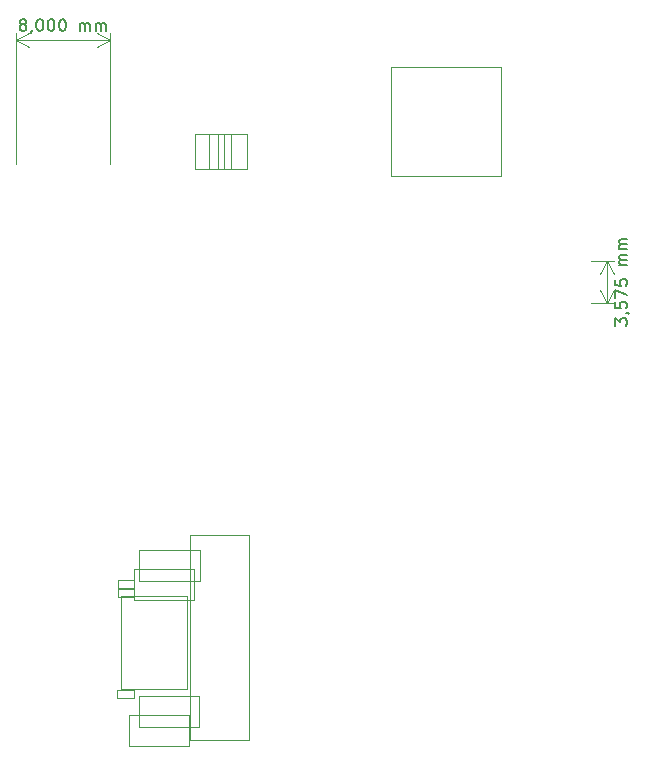
<source format=gbr>
%TF.GenerationSoftware,KiCad,Pcbnew,(5.1.6)-1*%
%TF.CreationDate,2022-01-15T22:49:59+01:00*%
%TF.ProjectId,XPS15,58505331-352e-46b6-9963-61645f706362,rev?*%
%TF.SameCoordinates,Original*%
%TF.FileFunction,Other,User*%
%FSLAX46Y46*%
G04 Gerber Fmt 4.6, Leading zero omitted, Abs format (unit mm)*
G04 Created by KiCad (PCBNEW (5.1.6)-1) date 2022-01-15 22:49:59*
%MOMM*%
%LPD*%
G01*
G04 APERTURE LIST*
%ADD10C,0.150000*%
%ADD11C,0.050000*%
%ADD12C,0.100000*%
G04 APERTURE END LIST*
D10*
X126023809Y-71180952D02*
X125928571Y-71133333D01*
X125880952Y-71085714D01*
X125833333Y-70990476D01*
X125833333Y-70942857D01*
X125880952Y-70847619D01*
X125928571Y-70800000D01*
X126023809Y-70752380D01*
X126214285Y-70752380D01*
X126309523Y-70800000D01*
X126357142Y-70847619D01*
X126404761Y-70942857D01*
X126404761Y-70990476D01*
X126357142Y-71085714D01*
X126309523Y-71133333D01*
X126214285Y-71180952D01*
X126023809Y-71180952D01*
X125928571Y-71228571D01*
X125880952Y-71276190D01*
X125833333Y-71371428D01*
X125833333Y-71561904D01*
X125880952Y-71657142D01*
X125928571Y-71704761D01*
X126023809Y-71752380D01*
X126214285Y-71752380D01*
X126309523Y-71704761D01*
X126357142Y-71657142D01*
X126404761Y-71561904D01*
X126404761Y-71371428D01*
X126357142Y-71276190D01*
X126309523Y-71228571D01*
X126214285Y-71180952D01*
X126880952Y-71704761D02*
X126880952Y-71752380D01*
X126833333Y-71847619D01*
X126785714Y-71895238D01*
X127500000Y-70752380D02*
X127595238Y-70752380D01*
X127690476Y-70800000D01*
X127738095Y-70847619D01*
X127785714Y-70942857D01*
X127833333Y-71133333D01*
X127833333Y-71371428D01*
X127785714Y-71561904D01*
X127738095Y-71657142D01*
X127690476Y-71704761D01*
X127595238Y-71752380D01*
X127500000Y-71752380D01*
X127404761Y-71704761D01*
X127357142Y-71657142D01*
X127309523Y-71561904D01*
X127261904Y-71371428D01*
X127261904Y-71133333D01*
X127309523Y-70942857D01*
X127357142Y-70847619D01*
X127404761Y-70800000D01*
X127500000Y-70752380D01*
X128452380Y-70752380D02*
X128547619Y-70752380D01*
X128642857Y-70800000D01*
X128690476Y-70847619D01*
X128738095Y-70942857D01*
X128785714Y-71133333D01*
X128785714Y-71371428D01*
X128738095Y-71561904D01*
X128690476Y-71657142D01*
X128642857Y-71704761D01*
X128547619Y-71752380D01*
X128452380Y-71752380D01*
X128357142Y-71704761D01*
X128309523Y-71657142D01*
X128261904Y-71561904D01*
X128214285Y-71371428D01*
X128214285Y-71133333D01*
X128261904Y-70942857D01*
X128309523Y-70847619D01*
X128357142Y-70800000D01*
X128452380Y-70752380D01*
X129404761Y-70752380D02*
X129500000Y-70752380D01*
X129595238Y-70800000D01*
X129642857Y-70847619D01*
X129690476Y-70942857D01*
X129738095Y-71133333D01*
X129738095Y-71371428D01*
X129690476Y-71561904D01*
X129642857Y-71657142D01*
X129595238Y-71704761D01*
X129500000Y-71752380D01*
X129404761Y-71752380D01*
X129309523Y-71704761D01*
X129261904Y-71657142D01*
X129214285Y-71561904D01*
X129166666Y-71371428D01*
X129166666Y-71133333D01*
X129214285Y-70942857D01*
X129261904Y-70847619D01*
X129309523Y-70800000D01*
X129404761Y-70752380D01*
X130928571Y-71752380D02*
X130928571Y-71085714D01*
X130928571Y-71180952D02*
X130976190Y-71133333D01*
X131071428Y-71085714D01*
X131214285Y-71085714D01*
X131309523Y-71133333D01*
X131357142Y-71228571D01*
X131357142Y-71752380D01*
X131357142Y-71228571D02*
X131404761Y-71133333D01*
X131500000Y-71085714D01*
X131642857Y-71085714D01*
X131738095Y-71133333D01*
X131785714Y-71228571D01*
X131785714Y-71752380D01*
X132261904Y-71752380D02*
X132261904Y-71085714D01*
X132261904Y-71180952D02*
X132309523Y-71133333D01*
X132404761Y-71085714D01*
X132547619Y-71085714D01*
X132642857Y-71133333D01*
X132690476Y-71228571D01*
X132690476Y-71752380D01*
X132690476Y-71228571D02*
X132738095Y-71133333D01*
X132833333Y-71085714D01*
X132976190Y-71085714D01*
X133071428Y-71133333D01*
X133119047Y-71228571D01*
X133119047Y-71752380D01*
D11*
X133500000Y-72500000D02*
X125500000Y-72500000D01*
X133500000Y-83000000D02*
X133500000Y-71913579D01*
X125500000Y-83000000D02*
X125500000Y-71913579D01*
X125500000Y-72500000D02*
X126626504Y-71913579D01*
X125500000Y-72500000D02*
X126626504Y-73086421D01*
X133500000Y-72500000D02*
X132373496Y-71913579D01*
X133500000Y-72500000D02*
X132373496Y-73086421D01*
D10*
X176252380Y-96701785D02*
X176252380Y-96082738D01*
X176633333Y-96416071D01*
X176633333Y-96273214D01*
X176680952Y-96177976D01*
X176728571Y-96130357D01*
X176823809Y-96082738D01*
X177061904Y-96082738D01*
X177157142Y-96130357D01*
X177204761Y-96177976D01*
X177252380Y-96273214D01*
X177252380Y-96558928D01*
X177204761Y-96654166D01*
X177157142Y-96701785D01*
X177204761Y-95606547D02*
X177252380Y-95606547D01*
X177347619Y-95654166D01*
X177395238Y-95701785D01*
X176252380Y-94701785D02*
X176252380Y-95177976D01*
X176728571Y-95225595D01*
X176680952Y-95177976D01*
X176633333Y-95082738D01*
X176633333Y-94844642D01*
X176680952Y-94749404D01*
X176728571Y-94701785D01*
X176823809Y-94654166D01*
X177061904Y-94654166D01*
X177157142Y-94701785D01*
X177204761Y-94749404D01*
X177252380Y-94844642D01*
X177252380Y-95082738D01*
X177204761Y-95177976D01*
X177157142Y-95225595D01*
X176252380Y-94320833D02*
X176252380Y-93654166D01*
X177252380Y-94082738D01*
X176252380Y-92797023D02*
X176252380Y-93273214D01*
X176728571Y-93320833D01*
X176680952Y-93273214D01*
X176633333Y-93177976D01*
X176633333Y-92939880D01*
X176680952Y-92844642D01*
X176728571Y-92797023D01*
X176823809Y-92749404D01*
X177061904Y-92749404D01*
X177157142Y-92797023D01*
X177204761Y-92844642D01*
X177252380Y-92939880D01*
X177252380Y-93177976D01*
X177204761Y-93273214D01*
X177157142Y-93320833D01*
X177252380Y-91558928D02*
X176585714Y-91558928D01*
X176680952Y-91558928D02*
X176633333Y-91511309D01*
X176585714Y-91416071D01*
X176585714Y-91273214D01*
X176633333Y-91177976D01*
X176728571Y-91130357D01*
X177252380Y-91130357D01*
X176728571Y-91130357D02*
X176633333Y-91082738D01*
X176585714Y-90987500D01*
X176585714Y-90844642D01*
X176633333Y-90749404D01*
X176728571Y-90701785D01*
X177252380Y-90701785D01*
X177252380Y-90225595D02*
X176585714Y-90225595D01*
X176680952Y-90225595D02*
X176633333Y-90177976D01*
X176585714Y-90082738D01*
X176585714Y-89939880D01*
X176633333Y-89844642D01*
X176728571Y-89797023D01*
X177252380Y-89797023D01*
X176728571Y-89797023D02*
X176633333Y-89749404D01*
X176585714Y-89654166D01*
X176585714Y-89511309D01*
X176633333Y-89416071D01*
X176728571Y-89368452D01*
X177252380Y-89368452D01*
D11*
X175600000Y-94775000D02*
X175600000Y-91200000D01*
X174200000Y-94775000D02*
X176186421Y-94775000D01*
X174200000Y-91200000D02*
X176186421Y-91200000D01*
X175600000Y-91200000D02*
X176186421Y-92326504D01*
X175600000Y-91200000D02*
X175013579Y-92326504D01*
X175600000Y-94775000D02*
X176186421Y-93648496D01*
X175600000Y-94775000D02*
X175013579Y-93648496D01*
%TO.C,R7*%
X141090620Y-118355500D02*
X135965620Y-118355500D01*
X135965620Y-118355500D02*
X135965620Y-115705500D01*
X135965620Y-115705500D02*
X141090620Y-115705500D01*
X141090620Y-115705500D02*
X141090620Y-118355500D01*
%TO.C,R6*%
X140605480Y-119912520D02*
X135480480Y-119912520D01*
X135480480Y-119912520D02*
X135480480Y-117262520D01*
X135480480Y-117262520D02*
X140605480Y-117262520D01*
X140605480Y-117262520D02*
X140605480Y-119912520D01*
%TO.C,R2*%
X140180800Y-132325500D02*
X135055800Y-132325500D01*
X135055800Y-132325500D02*
X135055800Y-129675500D01*
X135055800Y-129675500D02*
X140180800Y-129675500D01*
X140180800Y-129675500D02*
X140180800Y-132325500D01*
%TO.C,R1*%
X141055060Y-130702440D02*
X135930060Y-130702440D01*
X135930060Y-130702440D02*
X135930060Y-128052440D01*
X135930060Y-128052440D02*
X141055060Y-128052440D01*
X141055060Y-128052440D02*
X141055060Y-130702440D01*
%TO.C,IC2*%
X139995860Y-127466520D02*
X134395860Y-127466520D01*
X139995860Y-119616520D02*
X139995860Y-127466520D01*
X134395860Y-119616520D02*
X139995860Y-119616520D01*
X134395860Y-127466520D02*
X134395860Y-119616520D01*
%TO.C,C3*%
X134135860Y-118953520D02*
X134135860Y-118233520D01*
X135555860Y-118953520D02*
X134135860Y-118953520D01*
X135555860Y-118233520D02*
X135555860Y-118953520D01*
X134135860Y-118233520D02*
X135555860Y-118233520D01*
%TO.C,C2*%
X135555860Y-118943520D02*
X135555860Y-119663520D01*
X134135860Y-118943520D02*
X135555860Y-118943520D01*
X134135860Y-119663520D02*
X134135860Y-118943520D01*
X135555860Y-119663520D02*
X134135860Y-119663520D01*
%TO.C,C1*%
X134105860Y-128233520D02*
X134105860Y-127513520D01*
X135525860Y-128233520D02*
X134105860Y-128233520D01*
X135525860Y-127513520D02*
X135525860Y-128233520D01*
X134105860Y-127513520D02*
X135525860Y-127513520D01*
D12*
%TO.C,J1*%
X140300000Y-131790000D02*
X140300000Y-114390000D01*
X140300000Y-114390000D02*
X145250000Y-114390000D01*
X145250000Y-114390000D02*
X145250000Y-131790000D01*
X145250000Y-131790000D02*
X140300000Y-131790000D01*
D11*
%TO.C,IC1*%
X166555080Y-84030480D02*
X157305080Y-84030480D01*
X157305080Y-84030480D02*
X157305080Y-74780480D01*
X157305080Y-74780480D02*
X166555080Y-74780480D01*
X166555080Y-74780480D02*
X166555080Y-84030480D01*
%TO.C,R5*%
X140705800Y-83424880D02*
X140705800Y-80462380D01*
X140705800Y-80462380D02*
X142605800Y-80462380D01*
X142605800Y-80462380D02*
X142605800Y-83424880D01*
X142605800Y-83424880D02*
X140705800Y-83424880D01*
%TO.C,R4*%
X143175240Y-83424400D02*
X143175240Y-80461900D01*
X143175240Y-80461900D02*
X145075240Y-80461900D01*
X145075240Y-80461900D02*
X145075240Y-83424400D01*
X145075240Y-83424400D02*
X143175240Y-83424400D01*
%TO.C,R3*%
X141858960Y-83424300D02*
X141858960Y-80461800D01*
X141858960Y-80461800D02*
X143758960Y-80461800D01*
X143758960Y-80461800D02*
X143758960Y-83424300D01*
X143758960Y-83424300D02*
X141858960Y-83424300D01*
%TD*%
M02*

</source>
